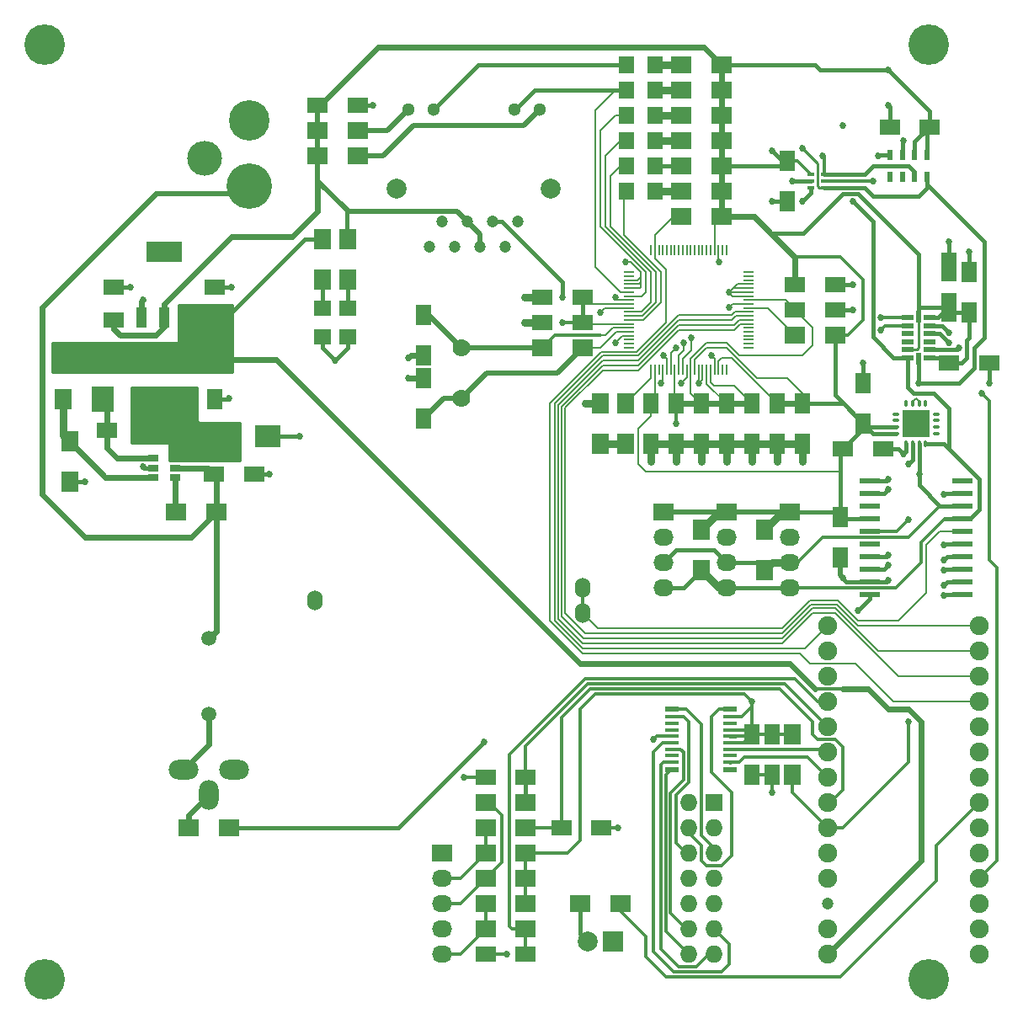
<source format=gtl>
G04 #@! TF.FileFunction,Copper,L1,Top,Signal*
%FSLAX46Y46*%
G04 Gerber Fmt 4.6, Leading zero omitted, Abs format (unit mm)*
G04 Created by KiCad (PCBNEW 4.0.2-stable) date 5/29/2016 8:13:19 PM*
%MOMM*%
G01*
G04 APERTURE LIST*
%ADD10C,0.127000*%
%ADD11R,1.350000X0.600000*%
%ADD12R,1.350000X0.400000*%
%ADD13C,1.900000*%
%ADD14C,1.200000*%
%ADD15O,1.524000X2.032000*%
%ADD16R,0.230000X1.000000*%
%ADD17R,1.000000X0.230000*%
%ADD18R,0.600000X1.100000*%
%ADD19O,1.998980X2.999740*%
%ADD20O,2.999740X1.998980*%
%ADD21R,2.000000X2.000000*%
%ADD22C,2.000000*%
%ADD23R,1.600000X2.000000*%
%ADD24R,2.032000X1.524000*%
%ADD25R,2.032000X1.727200*%
%ADD26O,2.032000X1.727200*%
%ADD27R,1.727200X1.727200*%
%ADD28O,1.727200X1.727200*%
%ADD29R,1.700000X2.000000*%
%ADD30R,2.000000X1.700000*%
%ADD31R,3.657600X2.032000*%
%ADD32R,1.016000X2.032000*%
%ADD33R,2.000000X0.600000*%
%ADD34C,1.500000*%
%ADD35R,2.000000X1.600000*%
%ADD36R,1.501140X2.999740*%
%ADD37R,6.300000X2.200000*%
%ADD38O,0.350000X0.800000*%
%ADD39O,0.800000X0.350000*%
%ADD40R,1.350000X1.350000*%
%ADD41R,0.550000X1.145000*%
%ADD42R,1.145000X0.550000*%
%ADD43R,1.060000X0.650000*%
%ADD44R,1.800860X1.597660*%
%ADD45C,1.300000*%
%ADD46C,1.778000*%
%ADD47R,0.800000X0.400000*%
%ADD48R,2.301240X2.499360*%
%ADD49R,2.499360X2.301240*%
%ADD50O,4.572000X4.572000*%
%ADD51O,4.064000X4.064000*%
%ADD52O,3.500120X3.500120*%
%ADD53R,1.597660X1.800860*%
%ADD54C,4.064000*%
%ADD55C,0.685800*%
%ADD56C,0.300000*%
%ADD57C,0.200000*%
%ADD58C,0.400000*%
%ADD59C,0.500000*%
%ADD60C,0.600000*%
%ADD61C,0.800000*%
%ADD62C,0.250000*%
%ADD63C,0.254000*%
G04 APERTURE END LIST*
D10*
D11*
X106295000Y-154155000D03*
X112145000Y-154155000D03*
D12*
X106295000Y-153405000D03*
X112145000Y-153405000D03*
X106295000Y-152755000D03*
X112145000Y-152755000D03*
X106295000Y-152105000D03*
X112145000Y-152105000D03*
X106295000Y-151455000D03*
X112145000Y-151455000D03*
X106295000Y-150805000D03*
X112145000Y-150805000D03*
X106295000Y-150155000D03*
X112145000Y-150155000D03*
X106295000Y-149505000D03*
X112145000Y-149505000D03*
X106295000Y-148855000D03*
X112145000Y-148855000D03*
D11*
X106295000Y-148105000D03*
X112145000Y-148105000D03*
D13*
X137160000Y-170180000D03*
X137160000Y-167640000D03*
X137160000Y-165100000D03*
X137160000Y-162560000D03*
X137160000Y-160020000D03*
X137160000Y-157480000D03*
X137160000Y-154940000D03*
X137160000Y-152400000D03*
X137160000Y-149860000D03*
X137160000Y-147320000D03*
X137160000Y-144780000D03*
X137160000Y-142240000D03*
X137160000Y-139700000D03*
X121920000Y-139700000D03*
X121920000Y-142240000D03*
X121920000Y-144780000D03*
X121920000Y-147320000D03*
X121920000Y-149860000D03*
X121920000Y-152400000D03*
X121920000Y-154940000D03*
X121920000Y-157480000D03*
X121920000Y-160020000D03*
X121920000Y-162560000D03*
X121920000Y-165100000D03*
D14*
X121920000Y-167640000D03*
D13*
X121920000Y-170180000D03*
X121920000Y-172720000D03*
X137160000Y-172720000D03*
D15*
X97269300Y-135890000D03*
X70370700Y-137160000D03*
X97269300Y-138430000D03*
D16*
X104150000Y-113950000D03*
X104550000Y-113950000D03*
X104950000Y-113950000D03*
X105350000Y-113950000D03*
X105750000Y-113950000D03*
X106150000Y-113950000D03*
X106550000Y-113950000D03*
X106950000Y-113950000D03*
X107350000Y-113950000D03*
X107750000Y-113950000D03*
X108150000Y-113950000D03*
X108550000Y-113950000D03*
X108950000Y-113950000D03*
X109350000Y-113950000D03*
X109750000Y-113950000D03*
X110150000Y-113950000D03*
X110550000Y-113950000D03*
X110950000Y-113950000D03*
X111350000Y-113950000D03*
X111750000Y-113950000D03*
D17*
X113950000Y-111750000D03*
X113950000Y-111350000D03*
X113950000Y-110950000D03*
X113950000Y-110550000D03*
X113950000Y-110150000D03*
X113950000Y-109750000D03*
X113950000Y-109350000D03*
X113950000Y-108950000D03*
X113950000Y-108550000D03*
X113950000Y-108150000D03*
X113950000Y-107750000D03*
X113950000Y-107350000D03*
X113950000Y-106950000D03*
X113950000Y-106550000D03*
X113950000Y-106150000D03*
X113950000Y-105750000D03*
X113950000Y-105350000D03*
X113950000Y-104950000D03*
X113950000Y-104550000D03*
X113950000Y-104150000D03*
D16*
X111750000Y-101950000D03*
X111350000Y-101950000D03*
X110950000Y-101950000D03*
X110550000Y-101950000D03*
X110150000Y-101950000D03*
X109750000Y-101950000D03*
X109350000Y-101950000D03*
X108950000Y-101950000D03*
X108550000Y-101950000D03*
X108150000Y-101950000D03*
X107750000Y-101950000D03*
X107350000Y-101950000D03*
X106950000Y-101950000D03*
X106550000Y-101950000D03*
X106150000Y-101950000D03*
X105750000Y-101950000D03*
X105350000Y-101950000D03*
X104950000Y-101950000D03*
X104550000Y-101950000D03*
X104150000Y-101950000D03*
D17*
X101950000Y-104150000D03*
X101950000Y-104550000D03*
X101950000Y-104950000D03*
X101950000Y-105350000D03*
X101950000Y-105750000D03*
X101950000Y-106150000D03*
X101950000Y-106550000D03*
X101950000Y-106950000D03*
X101950000Y-107350000D03*
X101950000Y-107750000D03*
X101950000Y-108150000D03*
X101950000Y-108550000D03*
X101950000Y-108950000D03*
X101950000Y-109350000D03*
X101950000Y-109750000D03*
X101950000Y-110150000D03*
X101950000Y-110550000D03*
X101950000Y-110950000D03*
X101950000Y-111350000D03*
X101950000Y-111750000D03*
D18*
X131923000Y-94572000D03*
X131923000Y-92372000D03*
X130673000Y-94572000D03*
X130673000Y-92372000D03*
X129423000Y-94572000D03*
X129423000Y-92372000D03*
X128173000Y-94572000D03*
X128173000Y-92372000D03*
D19*
X59690000Y-156718000D03*
D20*
X62230000Y-154178000D03*
X57150000Y-154178000D03*
D21*
X100330000Y-171450000D03*
D22*
X97790000Y-171450000D03*
D23*
X123190000Y-128810000D03*
X123190000Y-132810000D03*
D24*
X60325000Y-108966000D03*
X60325000Y-105664000D03*
X50165000Y-108966000D03*
X50165000Y-105664000D03*
D23*
X116332000Y-154654000D03*
X116332000Y-150654000D03*
X114300000Y-154654000D03*
X114300000Y-150654000D03*
D25*
X118110000Y-128270000D03*
D26*
X118110000Y-130810000D03*
X118110000Y-133350000D03*
X118110000Y-135890000D03*
D25*
X105410000Y-128270000D03*
D26*
X105410000Y-130810000D03*
X105410000Y-133350000D03*
X105410000Y-135890000D03*
D25*
X111760000Y-128270000D03*
D26*
X111760000Y-130810000D03*
X111760000Y-133350000D03*
X111760000Y-135890000D03*
D27*
X110490000Y-157480000D03*
D28*
X107950000Y-157480000D03*
X110490000Y-160020000D03*
X107950000Y-160020000D03*
X110490000Y-162560000D03*
X107950000Y-162560000D03*
X110490000Y-165100000D03*
X107950000Y-165100000D03*
X110490000Y-167640000D03*
X107950000Y-167640000D03*
X110490000Y-170180000D03*
X107950000Y-170180000D03*
X110490000Y-172720000D03*
X107950000Y-172720000D03*
D29*
X118364000Y-154654000D03*
X118364000Y-150654000D03*
D30*
X101060000Y-167640000D03*
X97060000Y-167640000D03*
X57690000Y-160020000D03*
X61690000Y-160020000D03*
D31*
X55245000Y-102108000D03*
D32*
X55245000Y-108712000D03*
X57531000Y-108712000D03*
X52959000Y-108712000D03*
D33*
X135460000Y-125095000D03*
X126160000Y-125095000D03*
X135460000Y-126365000D03*
X126160000Y-126365000D03*
X135460000Y-127635000D03*
X126160000Y-127635000D03*
X135460000Y-128905000D03*
X126160000Y-128905000D03*
X135460000Y-130175000D03*
X126160000Y-130175000D03*
X135460000Y-131445000D03*
X126160000Y-131445000D03*
X135460000Y-132715000D03*
X126160000Y-132715000D03*
X135460000Y-133985000D03*
X126160000Y-133985000D03*
X135460000Y-135255000D03*
X126160000Y-135255000D03*
X135460000Y-136525000D03*
X126160000Y-136525000D03*
D34*
X59690000Y-148580000D03*
X59690000Y-140980000D03*
D30*
X87535000Y-157480000D03*
X91535000Y-157480000D03*
D35*
X123476000Y-121920000D03*
X127476000Y-121920000D03*
D36*
X134112000Y-103665020D03*
X134112000Y-107662980D03*
D35*
X134144000Y-113284000D03*
X138144000Y-113284000D03*
D23*
X136144000Y-108172000D03*
X136144000Y-104172000D03*
X125476000Y-115348000D03*
X125476000Y-119348000D03*
D35*
X60230000Y-124460000D03*
X64230000Y-124460000D03*
X49435000Y-120015000D03*
X53435000Y-120015000D03*
D23*
X60325000Y-112935000D03*
X60325000Y-116935000D03*
D35*
X132175000Y-89535000D03*
X128175000Y-89535000D03*
D37*
X55245000Y-116985000D03*
X55245000Y-112885000D03*
D30*
X60420000Y-128270000D03*
X56420000Y-128270000D03*
D29*
X45720000Y-121190000D03*
X45720000Y-125190000D03*
X73660000Y-100870000D03*
X73660000Y-104870000D03*
X45085000Y-112935000D03*
X45085000Y-116935000D03*
D38*
X129835000Y-121380000D03*
X130485000Y-121380000D03*
X131135000Y-121380000D03*
X131785000Y-121380000D03*
D39*
X132810000Y-120355000D03*
X132810000Y-119705000D03*
X132810000Y-119055000D03*
X132810000Y-118405000D03*
D38*
X131785000Y-117380000D03*
X131135000Y-117380000D03*
X130485000Y-117380000D03*
X129835000Y-117380000D03*
D39*
X128810000Y-118405000D03*
X128810000Y-119055000D03*
X128810000Y-119705000D03*
X128810000Y-120355000D03*
D40*
X131485000Y-118705000D03*
X130135000Y-118705000D03*
X131485000Y-120055000D03*
X130135000Y-120055000D03*
D41*
X131064000Y-112841500D03*
X131064000Y-108646500D03*
D42*
X129966500Y-112744000D03*
X132161500Y-112744000D03*
X129966500Y-111944000D03*
X132161500Y-111944000D03*
X129966500Y-111144000D03*
X132161500Y-111144000D03*
X129966500Y-110344000D03*
X132161500Y-110344000D03*
X129966500Y-109544000D03*
X132161500Y-109544000D03*
X129966500Y-108744000D03*
X132161500Y-108744000D03*
D43*
X54145000Y-122875000D03*
X54145000Y-123825000D03*
X54145000Y-124775000D03*
X56345000Y-124775000D03*
X56345000Y-122875000D03*
X56345000Y-123825000D03*
D44*
X73660000Y-107800140D03*
X73660000Y-110639860D03*
D35*
X91535000Y-154940000D03*
X87535000Y-154940000D03*
X95155000Y-160020000D03*
X99155000Y-160020000D03*
X91535000Y-172720000D03*
X87535000Y-172720000D03*
D30*
X87535000Y-165100000D03*
X91535000Y-165100000D03*
X87535000Y-162560000D03*
X91535000Y-162560000D03*
X87535000Y-160020000D03*
X91535000Y-160020000D03*
X87535000Y-167640000D03*
X91535000Y-167640000D03*
X87535000Y-170180000D03*
X91535000Y-170180000D03*
D25*
X83185000Y-162560000D03*
D26*
X83185000Y-165100000D03*
X83185000Y-167640000D03*
X83185000Y-170180000D03*
X83185000Y-172720000D03*
D23*
X81280000Y-108490000D03*
X81280000Y-112490000D03*
X81280000Y-118840000D03*
X81280000Y-114840000D03*
X114300000Y-117380000D03*
X114300000Y-121380000D03*
X111760000Y-117380000D03*
X111760000Y-121380000D03*
X109220000Y-117380000D03*
X109220000Y-121380000D03*
D35*
X70644000Y-87376000D03*
X74644000Y-87376000D03*
X118650000Y-107950000D03*
X122650000Y-107950000D03*
X97250000Y-106680000D03*
X93250000Y-106680000D03*
D23*
X106680000Y-117380000D03*
X106680000Y-121380000D03*
D35*
X97250000Y-109220000D03*
X93250000Y-109220000D03*
D23*
X116840000Y-117380000D03*
X116840000Y-121380000D03*
X104140000Y-117380000D03*
X104140000Y-121380000D03*
X119380000Y-117380000D03*
X119380000Y-121380000D03*
D35*
X118650000Y-105410000D03*
X122650000Y-105410000D03*
D22*
X94105000Y-95760000D03*
X78615000Y-95760000D03*
D14*
X86995000Y-101600000D03*
X84455000Y-101600000D03*
X81915000Y-101600000D03*
X89535000Y-101600000D03*
X90805000Y-99060000D03*
X88265000Y-99060000D03*
X85725000Y-99060000D03*
X83185000Y-99060000D03*
D45*
X79735000Y-87810000D03*
X82275000Y-87810000D03*
X92985000Y-87810000D03*
X90445000Y-87810000D03*
D29*
X101600000Y-121380000D03*
X101600000Y-117380000D03*
D30*
X111220000Y-98552000D03*
X107220000Y-98552000D03*
X122650000Y-110490000D03*
X118650000Y-110490000D03*
X93250000Y-111760000D03*
X97250000Y-111760000D03*
D29*
X99060000Y-117380000D03*
X99060000Y-121380000D03*
D30*
X107220000Y-96012000D03*
X111220000Y-96012000D03*
X107220000Y-93472000D03*
X111220000Y-93472000D03*
X107220000Y-90932000D03*
X111220000Y-90932000D03*
X107220000Y-83312000D03*
X111220000Y-83312000D03*
X107220000Y-88392000D03*
X111220000Y-88392000D03*
X107220000Y-85852000D03*
X111220000Y-85852000D03*
X74644000Y-89916000D03*
X70644000Y-89916000D03*
X74644000Y-92456000D03*
X70644000Y-92456000D03*
D29*
X109220000Y-130080000D03*
X109220000Y-134080000D03*
X115570000Y-130080000D03*
X115570000Y-134080000D03*
D46*
X85090000Y-111760000D03*
X85090000Y-116840000D03*
D23*
X117856000Y-92996000D03*
X117856000Y-96996000D03*
D47*
X121604000Y-94346000D03*
X120204000Y-94346000D03*
X121604000Y-94996000D03*
X120204000Y-94996000D03*
X121604000Y-95646000D03*
X120204000Y-95646000D03*
D48*
X49022000Y-116956840D03*
X49022000Y-112659160D03*
D49*
X61351160Y-120650000D03*
X65648840Y-120650000D03*
D50*
X63754000Y-95504000D03*
D51*
X63754000Y-88900000D03*
D52*
X59309000Y-92710000D03*
D44*
X71120000Y-107800140D03*
X71120000Y-110639860D03*
D29*
X71120000Y-100870000D03*
X71120000Y-104870000D03*
D53*
X104543860Y-96012000D03*
X101704140Y-96012000D03*
X104543860Y-93472000D03*
X101704140Y-93472000D03*
X104543860Y-90932000D03*
X101704140Y-90932000D03*
X104543860Y-83312000D03*
X101704140Y-83312000D03*
X104543860Y-88392000D03*
X101704140Y-88392000D03*
X104543860Y-85852000D03*
X101704140Y-85852000D03*
D54*
X43180000Y-81280000D03*
X43180000Y-175260000D03*
X132080000Y-81280000D03*
X132080000Y-175260000D03*
D55*
X72390000Y-113030000D03*
X123444000Y-134874000D03*
X124968000Y-138176000D03*
X116332000Y-156464000D03*
X104394000Y-151130000D03*
X101600000Y-103124000D03*
X53086000Y-106934000D03*
X110236000Y-112522000D03*
X108966000Y-115316000D03*
X107188000Y-115316000D03*
X124460000Y-107950000D03*
X124460000Y-105410000D03*
X61722000Y-116840000D03*
X53086000Y-123698000D03*
X47244000Y-125222000D03*
X51816000Y-105664000D03*
X61976000Y-105664000D03*
X68834000Y-120650000D03*
X65786000Y-124460000D03*
X85344000Y-154940000D03*
X89662000Y-172720000D03*
X100838000Y-160020000D03*
X100584000Y-111252000D03*
X100584000Y-106680000D03*
X112014000Y-107696000D03*
X112014000Y-106172000D03*
X110998000Y-103124000D03*
X76200000Y-87376000D03*
X79756000Y-112776000D03*
X79756000Y-114808000D03*
X129540000Y-90932000D03*
X127000000Y-92456000D03*
X118364000Y-94996000D03*
X116332000Y-97028000D03*
X119380000Y-97028000D03*
X128016000Y-87376000D03*
X135128000Y-111760000D03*
X134112000Y-111252000D03*
X134112000Y-110236000D03*
X138176000Y-115316000D03*
X136144000Y-102108000D03*
X134112000Y-101092000D03*
X125476000Y-113284000D03*
X129540000Y-122428000D03*
X130048000Y-123444000D03*
X133604000Y-131572000D03*
X133604000Y-133096000D03*
X133604000Y-134112000D03*
X133604000Y-135636000D03*
X133604000Y-136652000D03*
X128016000Y-135128000D03*
X128016000Y-133604000D03*
X128016000Y-132588000D03*
X128016000Y-124968000D03*
X123444000Y-89408000D03*
X97536000Y-117348000D03*
X91440000Y-109220000D03*
X91440000Y-106680000D03*
X104140000Y-123190000D03*
X106680000Y-123190000D03*
X109220000Y-123190000D03*
X111760000Y-123190000D03*
X114300000Y-123190000D03*
X116840000Y-123190000D03*
X119380000Y-123190000D03*
X133604000Y-126492000D03*
X128016000Y-125984000D03*
X105156000Y-115316000D03*
X114300000Y-147320000D03*
X128016000Y-83820000D03*
X116332000Y-91948000D03*
X119380000Y-91694000D03*
X131135000Y-124460000D03*
X131064000Y-115316000D03*
X105410000Y-133350000D03*
X124460000Y-97028000D03*
X121412000Y-92456000D03*
X95250000Y-109220000D03*
X106680000Y-119380000D03*
X99060000Y-108204000D03*
X106680000Y-111760000D03*
X108204000Y-110744000D03*
X107442000Y-111252000D03*
X95250000Y-106680000D03*
X105410000Y-112522000D03*
X130048000Y-129032000D03*
X130048000Y-149352000D03*
X87376000Y-151384000D03*
X127254000Y-109982000D03*
X127254000Y-108712000D03*
X137414000Y-116332000D03*
X126492000Y-94996000D03*
D56*
X97269300Y-138430000D02*
X97269300Y-135890000D01*
D57*
X97269300Y-138430000D02*
X98793300Y-139954000D01*
X133223000Y-130175000D02*
X135460000Y-130175000D01*
X131826000Y-131572000D02*
X133223000Y-130175000D01*
X131826000Y-136398000D02*
X131826000Y-131572000D01*
X129032000Y-139192000D02*
X131826000Y-136398000D01*
X124968000Y-139192000D02*
X129032000Y-139192000D01*
X124714000Y-138938000D02*
X124968000Y-139192000D01*
X122936000Y-137160000D02*
X124714000Y-138938000D01*
X120142000Y-137160000D02*
X122936000Y-137160000D01*
X119888000Y-137414000D02*
X120142000Y-137160000D01*
X117348000Y-139954000D02*
X119888000Y-137414000D01*
X98793300Y-139954000D02*
X117348000Y-139954000D01*
D58*
X73660000Y-110639860D02*
X73660000Y-111760000D01*
X71120000Y-111760000D02*
X72390000Y-113030000D01*
X71120000Y-111760000D02*
X71120000Y-110639860D01*
X73660000Y-111760000D02*
X72390000Y-113030000D01*
X123444000Y-134874000D02*
X123825000Y-135255000D01*
D59*
X123190000Y-134620000D02*
X123444000Y-134874000D01*
X123190000Y-132810000D02*
X123190000Y-134620000D01*
D58*
X123825000Y-135255000D02*
X126160000Y-135255000D01*
X126160000Y-136525000D02*
X126160000Y-136984000D01*
X126160000Y-136984000D02*
X124968000Y-138176000D01*
D56*
X116332000Y-154654000D02*
X116332000Y-156464000D01*
X114300000Y-154654000D02*
X116332000Y-154654000D01*
X106295000Y-150805000D02*
X104719000Y-150805000D01*
X104719000Y-150805000D02*
X104394000Y-151130000D01*
D57*
X101950000Y-105750000D02*
X103038000Y-105750000D01*
X103124000Y-105664000D02*
X103124000Y-105156000D01*
X103038000Y-105750000D02*
X103124000Y-105664000D01*
X101950000Y-105350000D02*
X102930000Y-105350000D01*
X103124000Y-105156000D02*
X103124000Y-104648000D01*
X102930000Y-105350000D02*
X103124000Y-105156000D01*
X101950000Y-104950000D02*
X102822000Y-104950000D01*
X102108000Y-103124000D02*
X101600000Y-103124000D01*
X103124000Y-104140000D02*
X102108000Y-103124000D01*
X103124000Y-104648000D02*
X103124000Y-104140000D01*
X102822000Y-104950000D02*
X103124000Y-104648000D01*
D60*
X52959000Y-108712000D02*
X52959000Y-107061000D01*
X52959000Y-107061000D02*
X53086000Y-106934000D01*
D57*
X110550000Y-113950000D02*
X110550000Y-112836000D01*
X110550000Y-112836000D02*
X110236000Y-112522000D01*
X109350000Y-113950000D02*
X109350000Y-114932000D01*
X108950000Y-115300000D02*
X108966000Y-115316000D01*
X108950000Y-115300000D02*
X108950000Y-113950000D01*
X109350000Y-114932000D02*
X108966000Y-115316000D01*
X107750000Y-113950000D02*
X107750000Y-114754000D01*
X107750000Y-114754000D02*
X107188000Y-115316000D01*
D58*
X122650000Y-107950000D02*
X124460000Y-107950000D01*
X122650000Y-105410000D02*
X124460000Y-105410000D01*
X60325000Y-116935000D02*
X61627000Y-116935000D01*
X61627000Y-116935000D02*
X61722000Y-116840000D01*
X54145000Y-123825000D02*
X53213000Y-123825000D01*
X53213000Y-123825000D02*
X53086000Y-123698000D01*
X45720000Y-125190000D02*
X47212000Y-125190000D01*
X47212000Y-125190000D02*
X47244000Y-125222000D01*
X50165000Y-105664000D02*
X51816000Y-105664000D01*
X60325000Y-105664000D02*
X61976000Y-105664000D01*
X66400680Y-120650000D02*
X68834000Y-120650000D01*
X64230000Y-124460000D02*
X65786000Y-124460000D01*
D57*
X105350000Y-113950000D02*
X105350000Y-115122000D01*
D56*
X87535000Y-154940000D02*
X85344000Y-154940000D01*
X87535000Y-172720000D02*
X89662000Y-172720000D01*
X99155000Y-160020000D02*
X100838000Y-160020000D01*
D57*
X101950000Y-110550000D02*
X101286000Y-110550000D01*
X101286000Y-110550000D02*
X100584000Y-111252000D01*
X101950000Y-106950000D02*
X100854000Y-106950000D01*
X100854000Y-106950000D02*
X100584000Y-106680000D01*
X113950000Y-107350000D02*
X112360000Y-107350000D01*
X112360000Y-107350000D02*
X112014000Y-107696000D01*
X113950000Y-106550000D02*
X112392000Y-106550000D01*
X112392000Y-106550000D02*
X112014000Y-106172000D01*
X113950000Y-106150000D02*
X112036000Y-106150000D01*
X112036000Y-106150000D02*
X112014000Y-106172000D01*
X113950000Y-105750000D02*
X112436000Y-105750000D01*
X112836000Y-105350000D02*
X112014000Y-106172000D01*
X112836000Y-105350000D02*
X113950000Y-105350000D01*
X112436000Y-105750000D02*
X112014000Y-106172000D01*
X110950000Y-101950000D02*
X110950000Y-103076000D01*
X110950000Y-103076000D02*
X110998000Y-103124000D01*
D58*
X74644000Y-87376000D02*
X76200000Y-87376000D01*
D60*
X81280000Y-112490000D02*
X80042000Y-112490000D01*
X80042000Y-112490000D02*
X79756000Y-112776000D01*
X81280000Y-114840000D02*
X79788000Y-114840000D01*
X79788000Y-114840000D02*
X79756000Y-114808000D01*
D58*
X129423000Y-92372000D02*
X129423000Y-91049000D01*
X129423000Y-91049000D02*
X129540000Y-90932000D01*
X128173000Y-92372000D02*
X127084000Y-92372000D01*
X127084000Y-92372000D02*
X127000000Y-92456000D01*
X120204000Y-94996000D02*
X118364000Y-94996000D01*
X117856000Y-96996000D02*
X116364000Y-96996000D01*
X116364000Y-96996000D02*
X116332000Y-97028000D01*
X120204000Y-95646000D02*
X120204000Y-96204000D01*
X120204000Y-96204000D02*
X119380000Y-97028000D01*
X128175000Y-89535000D02*
X128175000Y-87535000D01*
X128175000Y-87535000D02*
X128016000Y-87376000D01*
X132161500Y-111944000D02*
X134944000Y-111944000D01*
X134944000Y-111944000D02*
X135128000Y-111760000D01*
X132161500Y-110344000D02*
X133204000Y-110344000D01*
X133204000Y-110344000D02*
X134112000Y-111252000D01*
X132161500Y-109544000D02*
X133420000Y-109544000D01*
X133420000Y-109544000D02*
X134112000Y-110236000D01*
X138144000Y-113284000D02*
X138176000Y-113316000D01*
X138176000Y-113316000D02*
X138176000Y-115316000D01*
X136144000Y-104172000D02*
X136144000Y-102108000D01*
X134112000Y-103665020D02*
X134112000Y-101092000D01*
X125476000Y-115348000D02*
X125476000Y-113284000D01*
X127476000Y-121920000D02*
X129032000Y-121920000D01*
X129835000Y-122133000D02*
X129540000Y-122428000D01*
X129835000Y-122133000D02*
X129835000Y-121380000D01*
X129032000Y-121920000D02*
X129540000Y-122428000D01*
X130485000Y-121380000D02*
X130485000Y-123007000D01*
X130485000Y-123007000D02*
X130048000Y-123444000D01*
X135460000Y-131445000D02*
X133731000Y-131445000D01*
X133731000Y-131445000D02*
X133604000Y-131572000D01*
X135460000Y-132715000D02*
X133985000Y-132715000D01*
X133985000Y-132715000D02*
X133604000Y-133096000D01*
X135460000Y-133985000D02*
X133731000Y-133985000D01*
X133731000Y-133985000D02*
X133604000Y-134112000D01*
X135460000Y-135255000D02*
X133985000Y-135255000D01*
X133985000Y-135255000D02*
X133604000Y-135636000D01*
X135460000Y-136525000D02*
X133731000Y-136525000D01*
X133731000Y-136525000D02*
X133604000Y-136652000D01*
X126160000Y-135255000D02*
X127889000Y-135255000D01*
X127889000Y-135255000D02*
X128016000Y-135128000D01*
X126160000Y-133985000D02*
X127635000Y-133985000D01*
X127635000Y-133985000D02*
X128016000Y-133604000D01*
X126160000Y-132715000D02*
X127889000Y-132715000D01*
X127889000Y-132715000D02*
X128016000Y-132588000D01*
X126160000Y-125095000D02*
X127889000Y-125095000D01*
X127889000Y-125095000D02*
X128016000Y-124968000D01*
D61*
X99060000Y-117380000D02*
X97568000Y-117380000D01*
X97568000Y-117380000D02*
X97536000Y-117348000D01*
X93250000Y-109220000D02*
X91440000Y-109220000D01*
X93250000Y-106680000D02*
X91440000Y-106680000D01*
X104140000Y-121380000D02*
X104140000Y-123190000D01*
X106680000Y-121380000D02*
X106680000Y-123190000D01*
X109220000Y-121380000D02*
X109220000Y-123190000D01*
X111760000Y-121380000D02*
X111760000Y-123190000D01*
X114300000Y-121380000D02*
X114300000Y-123190000D01*
X116840000Y-121380000D02*
X116840000Y-123190000D01*
X119380000Y-121380000D02*
X119380000Y-123190000D01*
X116840000Y-121380000D02*
X119380000Y-121380000D01*
X114300000Y-121380000D02*
X116840000Y-121380000D01*
X111760000Y-121380000D02*
X114300000Y-121380000D01*
X109220000Y-121380000D02*
X111760000Y-121380000D01*
X106680000Y-121380000D02*
X109220000Y-121380000D01*
X104140000Y-121380000D02*
X106680000Y-121380000D01*
D58*
X135460000Y-126365000D02*
X133731000Y-126365000D01*
X133731000Y-126365000D02*
X133604000Y-126492000D01*
X127635000Y-126365000D02*
X128016000Y-125984000D01*
X126160000Y-126365000D02*
X127635000Y-126365000D01*
D57*
X105350000Y-115122000D02*
X105156000Y-115316000D01*
D60*
X60420000Y-128270000D02*
X60420000Y-140250000D01*
X60420000Y-140250000D02*
X59690000Y-140980000D01*
D59*
X54356000Y-96266000D02*
X62992000Y-96266000D01*
X62992000Y-96266000D02*
X63754000Y-95504000D01*
D60*
X60420000Y-128270000D02*
X60420000Y-124650000D01*
X60420000Y-124650000D02*
X60230000Y-124460000D01*
X57880000Y-130810000D02*
X60420000Y-128270000D01*
X47244000Y-130810000D02*
X57880000Y-130810000D01*
X42926000Y-126492000D02*
X47244000Y-130810000D01*
X42926000Y-107696000D02*
X42926000Y-126492000D01*
X54356000Y-96266000D02*
X42926000Y-107696000D01*
X56345000Y-123825000D02*
X59595000Y-123825000D01*
X59595000Y-123825000D02*
X60230000Y-124460000D01*
D56*
X60420000Y-128270000D02*
X60420000Y-128820000D01*
D58*
X73549000Y-97901000D02*
X73549000Y-100759000D01*
X73549000Y-100759000D02*
X73660000Y-100870000D01*
D56*
X112145000Y-148855000D02*
X113273000Y-148855000D01*
X114300000Y-147828000D02*
X114300000Y-147320000D01*
X113273000Y-148855000D02*
X114300000Y-147828000D01*
X107188000Y-146558000D02*
X113538000Y-146558000D01*
X114300000Y-147320000D02*
X114300000Y-150654000D01*
X113538000Y-146558000D02*
X114300000Y-147320000D01*
X95758000Y-162560000D02*
X91535000Y-162560000D01*
X97028000Y-161290000D02*
X95758000Y-162560000D01*
X97028000Y-148082000D02*
X97028000Y-161290000D01*
X98552000Y-146558000D02*
X97028000Y-148082000D01*
X107188000Y-146558000D02*
X98552000Y-146558000D01*
D58*
X116205000Y-100203000D02*
X119507000Y-100203000D01*
X131064000Y-102362000D02*
X131064000Y-108646500D01*
X124968000Y-96266000D02*
X131064000Y-102362000D01*
X123444000Y-96266000D02*
X124968000Y-96266000D01*
X119507000Y-100203000D02*
X123444000Y-96266000D01*
D56*
X122650000Y-110490000D02*
X123952000Y-110490000D01*
X125476000Y-104902000D02*
X123222000Y-102648000D01*
X125476000Y-108966000D02*
X125476000Y-104902000D01*
X123952000Y-110490000D02*
X125476000Y-108966000D01*
X116332000Y-150654000D02*
X118364000Y-150654000D01*
X112145000Y-150155000D02*
X113801000Y-150155000D01*
X113801000Y-150155000D02*
X114300000Y-150654000D01*
X112145000Y-151455000D02*
X113499000Y-151455000D01*
X113499000Y-151455000D02*
X114300000Y-150654000D01*
X114300000Y-150654000D02*
X116586000Y-150654000D01*
X112145000Y-150805000D02*
X114149000Y-150805000D01*
X114149000Y-150805000D02*
X114300000Y-150654000D01*
X112145000Y-151455000D02*
X112483000Y-151455000D01*
D60*
X50165000Y-108966000D02*
X50165000Y-109855000D01*
X54356000Y-110490000D02*
X55245000Y-109601000D01*
X50800000Y-110490000D02*
X54356000Y-110490000D01*
X50165000Y-109855000D02*
X50800000Y-110490000D01*
X55245000Y-109601000D02*
X55245000Y-108712000D01*
X50165000Y-108966000D02*
X50165000Y-108839000D01*
X49816000Y-109315000D02*
X50165000Y-108966000D01*
D59*
X111760000Y-128270000D02*
X118110000Y-128270000D01*
X105410000Y-128270000D02*
X111760000Y-128270000D01*
D58*
X111220000Y-83312000D02*
X120650000Y-83312000D01*
X121158000Y-83820000D02*
X128016000Y-83820000D01*
X120650000Y-83312000D02*
X121158000Y-83820000D01*
D57*
X104140000Y-117380000D02*
X104140000Y-118618000D01*
X103632000Y-124206000D02*
X123190000Y-124206000D01*
X102870000Y-123444000D02*
X103632000Y-124206000D01*
X102870000Y-119888000D02*
X102870000Y-123444000D01*
X104140000Y-118618000D02*
X102870000Y-119888000D01*
D58*
X119380000Y-117380000D02*
X123508000Y-117380000D01*
X123508000Y-117380000D02*
X125476000Y-119348000D01*
X123190000Y-128810000D02*
X123190000Y-124206000D01*
X123190000Y-124206000D02*
X123190000Y-122206000D01*
X123190000Y-122206000D02*
X123476000Y-121920000D01*
X122650000Y-110490000D02*
X122650000Y-116522000D01*
X122650000Y-116522000D02*
X125476000Y-119348000D01*
X136144000Y-108172000D02*
X136144000Y-110744000D01*
X135382000Y-113284000D02*
X134144000Y-113284000D01*
X135890000Y-112776000D02*
X135382000Y-113284000D01*
X135890000Y-110998000D02*
X135890000Y-112776000D01*
X136144000Y-110744000D02*
X135890000Y-110998000D01*
D56*
X118650000Y-102648000D02*
X123222000Y-102648000D01*
D58*
X112145000Y-150805000D02*
X112625000Y-150805000D01*
D56*
X91535000Y-165100000D02*
X91535000Y-162560000D01*
X91535000Y-167640000D02*
X91535000Y-165100000D01*
D60*
X119380000Y-117380000D02*
X116840000Y-117380000D01*
X70644000Y-87376000D02*
X70866000Y-87376000D01*
X70866000Y-87376000D02*
X76708000Y-81534000D01*
X109442000Y-81534000D02*
X111220000Y-83312000D01*
X76708000Y-81534000D02*
X109442000Y-81534000D01*
X111220000Y-83312000D02*
X111220000Y-85852000D01*
X111220000Y-85852000D02*
X111220000Y-88392000D01*
X111220000Y-93472000D02*
X111220000Y-90932000D01*
X111220000Y-96012000D02*
X111220000Y-93472000D01*
X111220000Y-98552000D02*
X111220000Y-96012000D01*
X111220000Y-90932000D02*
X111220000Y-88392000D01*
X111220000Y-98552000D02*
X114554000Y-98552000D01*
X118650000Y-102648000D02*
X118650000Y-105410000D01*
X114554000Y-98552000D02*
X116205000Y-100203000D01*
X116205000Y-100203000D02*
X118650000Y-102648000D01*
D57*
X110550000Y-101950000D02*
X110550000Y-99222000D01*
X110550000Y-99222000D02*
X111220000Y-98552000D01*
D59*
X85725000Y-99060000D02*
X86995000Y-100330000D01*
X86995000Y-100330000D02*
X86995000Y-101600000D01*
X70644000Y-94996000D02*
X73549000Y-97901000D01*
X73549000Y-97901000D02*
X73692000Y-98044000D01*
X84709000Y-98044000D02*
X85725000Y-99060000D01*
X73692000Y-98044000D02*
X84709000Y-98044000D01*
D57*
X110550000Y-96682000D02*
X111220000Y-96012000D01*
D58*
X132175000Y-87979000D02*
X132175000Y-89535000D01*
X128016000Y-83820000D02*
X132175000Y-87979000D01*
X111220000Y-93472000D02*
X117380000Y-93472000D01*
X117380000Y-93472000D02*
X117856000Y-92996000D01*
D60*
X55245000Y-108712000D02*
X55245000Y-107315000D01*
X70644000Y-98012000D02*
X70644000Y-94996000D01*
X68072000Y-100584000D02*
X70644000Y-98012000D01*
X61976000Y-100584000D02*
X68072000Y-100584000D01*
X55245000Y-107315000D02*
X61976000Y-100584000D01*
D58*
X131923000Y-92372000D02*
X131923000Y-89787000D01*
X131923000Y-89787000D02*
X132175000Y-89535000D01*
X130673000Y-92372000D02*
X130673000Y-91037000D01*
X130673000Y-91037000D02*
X132175000Y-89535000D01*
X117856000Y-92996000D02*
X117380000Y-92996000D01*
X117380000Y-92996000D02*
X116332000Y-91948000D01*
X132050000Y-89660000D02*
X132175000Y-89535000D01*
D62*
X129966500Y-111944000D02*
X130880000Y-111944000D01*
X130880000Y-111944000D02*
X131064000Y-111760000D01*
X131064000Y-111760000D02*
X131064000Y-108646500D01*
D58*
X131064000Y-108646500D02*
X131064000Y-107696000D01*
X131064000Y-107696000D02*
X131097020Y-107662980D01*
X131097020Y-107662980D02*
X134112000Y-107662980D01*
X136144000Y-108172000D02*
X134621020Y-108172000D01*
X134621020Y-108172000D02*
X134112000Y-107662980D01*
X132161500Y-108744000D02*
X133030980Y-108744000D01*
X133030980Y-108744000D02*
X134112000Y-107662980D01*
X132161500Y-112744000D02*
X133604000Y-112744000D01*
X133604000Y-112744000D02*
X134144000Y-113284000D01*
X128810000Y-120355000D02*
X128769000Y-120396000D01*
X128769000Y-120396000D02*
X126524000Y-120396000D01*
X126524000Y-120396000D02*
X125476000Y-119348000D01*
X125476000Y-119348000D02*
X125833000Y-119705000D01*
X125833000Y-119705000D02*
X128810000Y-119705000D01*
X123476000Y-121920000D02*
X125476000Y-119920000D01*
X125476000Y-119920000D02*
X125476000Y-119348000D01*
X125730000Y-119666000D02*
X125730000Y-118840000D01*
X125730000Y-118840000D02*
X125952000Y-118840000D01*
X123190000Y-128810000D02*
X123285000Y-128905000D01*
X123285000Y-128905000D02*
X126160000Y-128905000D01*
X118110000Y-128270000D02*
X122650000Y-128270000D01*
X122650000Y-128270000D02*
X123190000Y-128810000D01*
D59*
X70644000Y-92456000D02*
X70644000Y-94996000D01*
X70644000Y-89916000D02*
X70644000Y-92456000D01*
X70644000Y-87376000D02*
X70644000Y-89916000D01*
D56*
X117856000Y-92996000D02*
X118854000Y-92996000D01*
X118854000Y-92996000D02*
X120204000Y-94346000D01*
D57*
X119380000Y-117380000D02*
X119380000Y-116332000D01*
X108550000Y-112938000D02*
X108550000Y-113950000D01*
X109728000Y-111760000D02*
X108550000Y-112938000D01*
X111760000Y-111760000D02*
X109728000Y-111760000D01*
X114808000Y-114808000D02*
X111760000Y-111760000D01*
X117856000Y-114808000D02*
X114808000Y-114808000D01*
X119380000Y-116332000D02*
X117856000Y-114808000D01*
X110950000Y-113950000D02*
X110950000Y-113078000D01*
X110950000Y-113078000D02*
X111252000Y-112776000D01*
X111252000Y-112776000D02*
X112236000Y-112776000D01*
X112236000Y-112776000D02*
X116840000Y-117380000D01*
X104550000Y-113950000D02*
X104550000Y-116970000D01*
X104550000Y-116970000D02*
X104140000Y-117380000D01*
D61*
X109220000Y-130080000D02*
X111030000Y-128270000D01*
X111030000Y-128270000D02*
X111760000Y-128270000D01*
X115570000Y-130080000D02*
X117380000Y-128270000D01*
X117380000Y-128270000D02*
X118110000Y-128270000D01*
D58*
X60325000Y-108966000D02*
X61214000Y-108966000D01*
X61214000Y-108966000D02*
X69310000Y-100870000D01*
X69310000Y-100870000D02*
X71120000Y-100870000D01*
D60*
X125984000Y-146050000D02*
X123444000Y-146050000D01*
X60325000Y-112935000D02*
X66453000Y-112935000D01*
D56*
X120650000Y-146050000D02*
X123444000Y-146050000D01*
D60*
X118110000Y-143510000D02*
X120650000Y-146050000D01*
X97028000Y-143510000D02*
X118110000Y-143510000D01*
X66453000Y-112935000D02*
X97028000Y-143510000D01*
X130302000Y-164338000D02*
X121920000Y-172720000D01*
X130302000Y-164338000D02*
X130302000Y-164338000D01*
X131318000Y-163322000D02*
X130302000Y-164338000D01*
X131318000Y-149352000D02*
X131318000Y-163322000D01*
X130048000Y-148082000D02*
X131318000Y-149352000D01*
X128016000Y-148082000D02*
X130048000Y-148082000D01*
X125984000Y-146050000D02*
X128016000Y-148082000D01*
D56*
X123444000Y-146050000D02*
X125984000Y-146050000D01*
D58*
X97060000Y-167640000D02*
X97060000Y-170720000D01*
X97060000Y-170720000D02*
X97790000Y-171450000D01*
D56*
X112145000Y-153405000D02*
X113041000Y-153405000D01*
X113041000Y-153405000D02*
X113538000Y-152908000D01*
X113538000Y-152908000D02*
X119888000Y-152908000D01*
X119888000Y-152908000D02*
X121920000Y-154940000D01*
D57*
X119888000Y-152908000D02*
X121920000Y-154940000D01*
X113538000Y-152908000D02*
X119888000Y-152908000D01*
X113041000Y-153405000D02*
X113538000Y-152908000D01*
D58*
X112134000Y-153416000D02*
X112145000Y-153405000D01*
D56*
X118110000Y-133350000D02*
X118872000Y-133350000D01*
X118872000Y-133350000D02*
X121412000Y-130810000D01*
X130048000Y-130810000D02*
X133223000Y-127635000D01*
X121412000Y-130810000D02*
X130048000Y-130810000D01*
X133223000Y-127635000D02*
X135460000Y-127635000D01*
D62*
X121604000Y-95646000D02*
X121046000Y-95646000D01*
X120904000Y-93218000D02*
X119380000Y-91694000D01*
X120904000Y-95504000D02*
X120904000Y-93218000D01*
X121046000Y-95646000D02*
X120904000Y-95504000D01*
D58*
X131923000Y-94572000D02*
X131923000Y-95347000D01*
X135128000Y-115316000D02*
X131064000Y-115316000D01*
X136652000Y-113792000D02*
X135128000Y-115316000D01*
X136652000Y-111760000D02*
X136652000Y-113792000D01*
X137668000Y-110744000D02*
X136652000Y-111760000D01*
X137668000Y-101092000D02*
X137668000Y-110744000D01*
X131923000Y-95347000D02*
X137668000Y-101092000D01*
X121604000Y-95646000D02*
X125618000Y-95646000D01*
X131923000Y-95661000D02*
X131923000Y-94572000D01*
X131064000Y-96520000D02*
X131923000Y-95661000D01*
X126492000Y-96520000D02*
X131064000Y-96520000D01*
X125618000Y-95646000D02*
X126492000Y-96520000D01*
X131064000Y-112841500D02*
X131064000Y-115316000D01*
X131135000Y-125547000D02*
X131135000Y-124460000D01*
X131135000Y-124460000D02*
X131135000Y-121380000D01*
X111760000Y-133350000D02*
X114840000Y-133350000D01*
X114840000Y-133350000D02*
X115570000Y-134080000D01*
X105410000Y-133350000D02*
X106680000Y-132080000D01*
X106680000Y-132080000D02*
X110490000Y-132080000D01*
X110490000Y-132080000D02*
X111760000Y-133350000D01*
D61*
X115570000Y-134080000D02*
X116300000Y-133350000D01*
X116300000Y-133350000D02*
X118110000Y-133350000D01*
D58*
X133604000Y-127635000D02*
X133223000Y-127635000D01*
X133223000Y-127635000D02*
X131135000Y-125547000D01*
X133604000Y-127635000D02*
X135460000Y-127635000D01*
D56*
X112145000Y-152105000D02*
X121625000Y-152105000D01*
X121625000Y-152105000D02*
X121920000Y-152400000D01*
D57*
X121625000Y-152105000D02*
X121920000Y-152400000D01*
D56*
X118110000Y-135890000D02*
X128778000Y-135890000D01*
X131318000Y-131318000D02*
X133731000Y-128905000D01*
X131318000Y-133350000D02*
X131318000Y-131318000D01*
X128778000Y-135890000D02*
X131318000Y-133350000D01*
X133731000Y-128905000D02*
X135460000Y-128905000D01*
D58*
X129966500Y-112744000D02*
X128556000Y-112744000D01*
X126492000Y-99060000D02*
X124460000Y-97028000D01*
X126492000Y-110680000D02*
X126492000Y-99060000D01*
X128556000Y-112744000D02*
X126492000Y-110680000D01*
X121604000Y-94346000D02*
X125618000Y-94346000D01*
X130048000Y-93472000D02*
X130673000Y-94097000D01*
X126492000Y-93472000D02*
X130048000Y-93472000D01*
X125618000Y-94346000D02*
X126492000Y-93472000D01*
X130673000Y-94097000D02*
X130673000Y-94572000D01*
X129966500Y-112744000D02*
X129966500Y-115742500D01*
X134112000Y-117856000D02*
X134112000Y-121920000D01*
X132588000Y-116332000D02*
X134112000Y-117856000D01*
X130556000Y-116332000D02*
X132588000Y-116332000D01*
X129966500Y-115742500D02*
X130556000Y-116332000D01*
X135460000Y-128905000D02*
X136271000Y-128905000D01*
X136271000Y-128905000D02*
X137160000Y-128016000D01*
X133572000Y-121380000D02*
X131785000Y-121380000D01*
X137160000Y-124968000D02*
X134112000Y-121920000D01*
X134112000Y-121920000D02*
X133572000Y-121380000D01*
X137160000Y-128016000D02*
X137160000Y-124968000D01*
X133731000Y-128905000D02*
X135460000Y-128905000D01*
X111760000Y-135890000D02*
X118110000Y-135890000D01*
X105410000Y-135890000D02*
X107410000Y-135890000D01*
X107410000Y-135890000D02*
X109220000Y-134080000D01*
D56*
X121604000Y-92648000D02*
X121604000Y-94346000D01*
X121412000Y-92456000D02*
X121604000Y-92648000D01*
D61*
X109220000Y-134080000D02*
X111030000Y-135890000D01*
X111030000Y-135890000D02*
X111760000Y-135890000D01*
D56*
X110236000Y-150622000D02*
X110236000Y-148844000D01*
X109220000Y-161798000D02*
X109220000Y-163322000D01*
X109220000Y-163322000D02*
X109728000Y-163830000D01*
X109728000Y-163830000D02*
X111252000Y-163830000D01*
X111252000Y-163830000D02*
X112268000Y-162814000D01*
X112268000Y-162814000D02*
X112268000Y-156464000D01*
X112268000Y-156464000D02*
X110236000Y-154432000D01*
X110236000Y-154432000D02*
X110236000Y-150622000D01*
X107950000Y-160528000D02*
X109220000Y-161798000D01*
X110975000Y-148105000D02*
X112145000Y-148105000D01*
X110236000Y-148844000D02*
X110975000Y-148105000D01*
X107950000Y-160020000D02*
X107950000Y-160528000D01*
D58*
X112145000Y-148105000D02*
X112245000Y-148105000D01*
D56*
X107950000Y-160020000D02*
X107950000Y-160274000D01*
X106295000Y-148105000D02*
X107719000Y-148105000D01*
X109220000Y-160782000D02*
X110490000Y-162052000D01*
X109220000Y-149606000D02*
X109220000Y-160782000D01*
X107719000Y-148105000D02*
X109220000Y-149606000D01*
X110490000Y-162052000D02*
X110490000Y-162560000D01*
X107950000Y-162560000D02*
X107696000Y-162560000D01*
X107696000Y-162560000D02*
X106680000Y-161544000D01*
X106680000Y-161544000D02*
X106680000Y-156718000D01*
X106680000Y-156718000D02*
X107950000Y-155448000D01*
X107950000Y-155448000D02*
X107950000Y-149352000D01*
X107950000Y-149352000D02*
X107453000Y-148855000D01*
X107453000Y-148855000D02*
X106295000Y-148855000D01*
X110490000Y-170180000D02*
X112014000Y-171704000D01*
X105339000Y-151455000D02*
X106295000Y-151455000D01*
X104394000Y-152400000D02*
X105339000Y-151455000D01*
X104394000Y-172466000D02*
X104394000Y-152400000D01*
X106426000Y-174498000D02*
X104394000Y-172466000D01*
X111252000Y-174498000D02*
X106426000Y-174498000D01*
X112014000Y-173736000D02*
X111252000Y-174498000D01*
X112014000Y-171704000D02*
X112014000Y-173736000D01*
X110490000Y-170180000D02*
X110744000Y-170180000D01*
X107950000Y-170180000D02*
X107696000Y-170180000D01*
X107696000Y-170180000D02*
X106114002Y-168598002D01*
X106114002Y-168598002D02*
X106114002Y-156521998D01*
X106114002Y-156521998D02*
X107442000Y-155194000D01*
X107442000Y-155194000D02*
X107442000Y-152400000D01*
X107442000Y-152400000D02*
X107147000Y-152105000D01*
X107147000Y-152105000D02*
X106295000Y-152105000D01*
X110490000Y-172720000D02*
X109982000Y-172720000D01*
X109982000Y-172720000D02*
X108712000Y-173990000D01*
X108712000Y-173990000D02*
X106934000Y-173990000D01*
X106934000Y-173990000D02*
X105156000Y-172212000D01*
X105156000Y-172212000D02*
X105156000Y-153670000D01*
X105156000Y-153670000D02*
X105421000Y-153405000D01*
X105421000Y-153405000D02*
X106295000Y-153405000D01*
X106295000Y-154155000D02*
X106195000Y-154155000D01*
X106195000Y-154155000D02*
X105664000Y-154686000D01*
X105664000Y-154686000D02*
X105664000Y-170434000D01*
X105664000Y-170434000D02*
X107950000Y-172720000D01*
D60*
X57690000Y-160020000D02*
X57690000Y-158718000D01*
X57690000Y-158718000D02*
X59690000Y-156718000D01*
X49435000Y-120015000D02*
X49435000Y-117369840D01*
X49435000Y-117369840D02*
X49022000Y-116956840D01*
X49435000Y-120015000D02*
X49435000Y-121825000D01*
X50485000Y-122875000D02*
X54145000Y-122875000D01*
X49435000Y-121825000D02*
X50485000Y-122875000D01*
D57*
X113950000Y-108150000D02*
X112576000Y-108150000D01*
X119634000Y-141986000D02*
X121920000Y-139700000D01*
X97282000Y-141986000D02*
X119634000Y-141986000D01*
X94488000Y-139192000D02*
X97282000Y-141986000D01*
X94488000Y-117348000D02*
X94488000Y-139192000D01*
X99314000Y-112522000D02*
X94488000Y-117348000D01*
X102870000Y-112522000D02*
X99314000Y-112522000D01*
X106934000Y-108458000D02*
X102870000Y-112522000D01*
X112268000Y-108458000D02*
X106934000Y-108458000D01*
X112576000Y-108150000D02*
X112268000Y-108458000D01*
D60*
X56345000Y-124775000D02*
X56345000Y-128195000D01*
X56345000Y-128195000D02*
X56420000Y-128270000D01*
X54145000Y-124775000D02*
X49305000Y-124775000D01*
X49305000Y-124775000D02*
X45720000Y-121190000D01*
D61*
X45085000Y-116935000D02*
X45085000Y-120555000D01*
X45085000Y-120555000D02*
X45720000Y-121190000D01*
D58*
X73660000Y-107800140D02*
X73660000Y-104870000D01*
D57*
X131135000Y-117380000D02*
X131135000Y-117165000D01*
X131135000Y-117165000D02*
X130810000Y-116840000D01*
X130485000Y-117380000D02*
X130485000Y-117165000D01*
X130485000Y-117165000D02*
X130810000Y-116840000D01*
D60*
X59690000Y-148580000D02*
X59690000Y-151638000D01*
X59690000Y-151638000D02*
X57150000Y-154178000D01*
D56*
X87535000Y-157480000D02*
X87884000Y-157480000D01*
X87884000Y-157480000D02*
X89154000Y-158750000D01*
X89154000Y-158750000D02*
X89154000Y-163481000D01*
X89154000Y-163481000D02*
X87535000Y-165100000D01*
X83185000Y-167640000D02*
X84995000Y-167640000D01*
X84995000Y-167640000D02*
X87535000Y-165100000D01*
X83185000Y-165100000D02*
X84995000Y-165100000D01*
X84995000Y-165100000D02*
X87535000Y-162560000D01*
X87535000Y-160020000D02*
X87535000Y-162560000D01*
X87535000Y-170180000D02*
X87535000Y-167640000D01*
X83185000Y-172720000D02*
X84995000Y-172720000D01*
X84995000Y-172720000D02*
X87535000Y-170180000D01*
D57*
X113950000Y-108950000D02*
X113046000Y-108950000D01*
X127000000Y-142240000D02*
X137160000Y-142240000D01*
X122682000Y-137922000D02*
X127000000Y-142240000D01*
X120396000Y-137922000D02*
X122682000Y-137922000D01*
X117348000Y-140970000D02*
X120396000Y-137922000D01*
X97378002Y-140970000D02*
X117348000Y-140970000D01*
X95188004Y-138780002D02*
X97378002Y-140970000D01*
X95188004Y-117663996D02*
X95188004Y-138780002D01*
X99314000Y-113538000D02*
X95188004Y-117663996D01*
X102870000Y-113538000D02*
X99314000Y-113538000D01*
X106934000Y-109474000D02*
X102870000Y-113538000D01*
X112522000Y-109474000D02*
X106934000Y-109474000D01*
X113046000Y-108950000D02*
X112522000Y-109474000D01*
X121666000Y-137571998D02*
X122839998Y-137571998D01*
X113154000Y-109350000D02*
X112522000Y-109982000D01*
X112522000Y-109982000D02*
X106934000Y-109982000D01*
X106934000Y-109982000D02*
X102870000Y-114046000D01*
X102870000Y-114046000D02*
X99300978Y-114046000D01*
X99300978Y-114046000D02*
X95538006Y-117808972D01*
X95538006Y-117808972D02*
X95538006Y-138464006D01*
X95538006Y-138464006D02*
X97536000Y-140462000D01*
X97536000Y-140462000D02*
X117348000Y-140462000D01*
X117348000Y-140462000D02*
X120238002Y-137571998D01*
X120238002Y-137571998D02*
X121666000Y-137571998D01*
X113950000Y-109350000D02*
X113154000Y-109350000D01*
X124968000Y-139700000D02*
X137160000Y-139700000D01*
X122839998Y-137571998D02*
X124968000Y-139700000D01*
X101950000Y-109750000D02*
X101928000Y-109728000D01*
X101928000Y-109728000D02*
X100330000Y-109728000D01*
X100330000Y-109728000D02*
X99568000Y-110490000D01*
D56*
X93250000Y-111760000D02*
X94520000Y-110490000D01*
D57*
X99060000Y-110490000D02*
X99568000Y-110490000D01*
D56*
X94520000Y-110490000D02*
X99060000Y-110490000D01*
D59*
X85090000Y-111760000D02*
X93250000Y-111760000D01*
X85090000Y-111760000D02*
X81820000Y-108490000D01*
X81820000Y-108490000D02*
X81280000Y-108490000D01*
X85090000Y-116840000D02*
X87630000Y-114300000D01*
X94710000Y-114300000D02*
X97250000Y-111760000D01*
X87630000Y-114300000D02*
X94710000Y-114300000D01*
X81280000Y-118840000D02*
X83280000Y-116840000D01*
X83280000Y-116840000D02*
X85090000Y-116840000D01*
D57*
X101950000Y-110150000D02*
X100670000Y-110150000D01*
X100670000Y-110150000D02*
X99060000Y-111760000D01*
X99060000Y-111760000D02*
X97250000Y-111760000D01*
X108150000Y-113950000D02*
X108150000Y-112830000D01*
X120396000Y-109696000D02*
X118650000Y-107950000D01*
X120396000Y-111506000D02*
X120396000Y-109696000D01*
X119380000Y-112522000D02*
X120396000Y-111506000D01*
X113030000Y-112522000D02*
X119380000Y-112522000D01*
X111760000Y-111252000D02*
X113030000Y-112522000D01*
X109728000Y-111252000D02*
X111760000Y-111252000D01*
X108150000Y-112830000D02*
X109728000Y-111252000D01*
X118650000Y-107950000D02*
X119380000Y-107950000D01*
D56*
X106680000Y-117380000D02*
X106680000Y-119380000D01*
X95250000Y-109220000D02*
X97250000Y-109220000D01*
D58*
X97250000Y-106680000D02*
X97250000Y-109220000D01*
D60*
X109220000Y-117380000D02*
X106680000Y-117380000D01*
X111760000Y-117380000D02*
X109220000Y-117380000D01*
X114300000Y-117380000D02*
X111760000Y-117380000D01*
D57*
X97250000Y-106680000D02*
X97920000Y-107350000D01*
X97920000Y-107350000D02*
X101950000Y-107350000D01*
X97250000Y-109220000D02*
X97380000Y-109350000D01*
X97380000Y-109350000D02*
X101950000Y-109350000D01*
X118650000Y-107950000D02*
X117650000Y-106950000D01*
X117650000Y-106950000D02*
X113950000Y-106950000D01*
X114300000Y-117380000D02*
X112490000Y-115570000D01*
X112490000Y-115570000D02*
X110490000Y-115570000D01*
X110490000Y-115570000D02*
X110150000Y-115230000D01*
X110150000Y-115230000D02*
X110150000Y-113950000D01*
X111760000Y-117380000D02*
X109750000Y-115370000D01*
X109750000Y-115370000D02*
X109750000Y-113950000D01*
X109220000Y-117380000D02*
X108150000Y-116310000D01*
X108150000Y-116310000D02*
X108150000Y-113950000D01*
X106680000Y-117380000D02*
X106550000Y-117250000D01*
X106550000Y-117250000D02*
X106550000Y-113950000D01*
D61*
X104289860Y-96012000D02*
X107220000Y-96012000D01*
D57*
X101450140Y-96012000D02*
X101450140Y-100434140D01*
X103394000Y-108950000D02*
X101950000Y-108950000D01*
X105156000Y-107188000D02*
X103394000Y-108950000D01*
X105156000Y-104140000D02*
X105156000Y-107188000D01*
X101450140Y-100434140D02*
X105156000Y-104140000D01*
D58*
X104289860Y-93472000D02*
X107220000Y-93472000D01*
D57*
X101450140Y-93472000D02*
X101092000Y-93472000D01*
X101092000Y-93472000D02*
X100076000Y-94488000D01*
X100076000Y-94488000D02*
X100076000Y-99568000D01*
X100076000Y-99568000D02*
X104648000Y-104140000D01*
X104648000Y-104140000D02*
X104648000Y-107188000D01*
X104648000Y-107188000D02*
X103286000Y-108550000D01*
X103286000Y-108550000D02*
X101950000Y-108550000D01*
D61*
X104289860Y-90932000D02*
X107220000Y-90932000D01*
D57*
X101450140Y-90932000D02*
X101092000Y-90932000D01*
X101092000Y-90932000D02*
X99568000Y-92456000D01*
X99568000Y-92456000D02*
X99568000Y-99568000D01*
X99568000Y-99568000D02*
X104140000Y-104140000D01*
X104140000Y-104140000D02*
X104140000Y-107188000D01*
X104140000Y-107188000D02*
X103178000Y-108150000D01*
X103178000Y-108150000D02*
X101950000Y-108150000D01*
D61*
X104289860Y-83312000D02*
X107220000Y-83312000D01*
D57*
X101950000Y-107750000D02*
X99514000Y-107750000D01*
X99514000Y-107750000D02*
X99060000Y-108204000D01*
D58*
X101450140Y-83312000D02*
X86773000Y-83312000D01*
X86773000Y-83312000D02*
X82275000Y-87810000D01*
D61*
X104289860Y-88392000D02*
X107220000Y-88392000D01*
D57*
X101450140Y-88392000D02*
X100584000Y-88392000D01*
X103254000Y-106550000D02*
X101950000Y-106550000D01*
X103632000Y-106172000D02*
X103254000Y-106550000D01*
X103632000Y-104140000D02*
X103632000Y-106172000D01*
X99060000Y-99568000D02*
X103632000Y-104140000D01*
X99060000Y-89916000D02*
X99060000Y-99568000D01*
X100584000Y-88392000D02*
X99060000Y-89916000D01*
X101450140Y-88392000D02*
X101092000Y-88392000D01*
D61*
X104289860Y-85852000D02*
X107220000Y-85852000D01*
D57*
X101450140Y-85852000D02*
X100584000Y-85852000D01*
X101070000Y-106150000D02*
X101950000Y-106150000D01*
X98552000Y-103632000D02*
X101070000Y-106150000D01*
X98552000Y-87884000D02*
X98552000Y-103632000D01*
X100584000Y-85852000D02*
X98552000Y-87884000D01*
D58*
X90445000Y-87810000D02*
X90498000Y-87810000D01*
X90498000Y-87810000D02*
X92456000Y-85852000D01*
X92456000Y-85852000D02*
X101450140Y-85852000D01*
D57*
X106150000Y-113950000D02*
X106150000Y-112290000D01*
X106150000Y-112290000D02*
X106680000Y-111760000D01*
X107350000Y-113950000D02*
X107350000Y-112868000D01*
X108204000Y-112014000D02*
X108204000Y-110744000D01*
X107350000Y-112868000D02*
X108204000Y-112014000D01*
X106950000Y-113950000D02*
X106950000Y-112506000D01*
X107442000Y-112014000D02*
X107442000Y-111252000D01*
X106950000Y-112506000D02*
X107442000Y-112014000D01*
D58*
X88265000Y-99060000D02*
X89154000Y-99060000D01*
X95250000Y-105156000D02*
X95250000Y-106680000D01*
X89154000Y-99060000D02*
X95250000Y-105156000D01*
D57*
X105750000Y-113950000D02*
X105750000Y-112862000D01*
X105750000Y-112862000D02*
X105410000Y-112522000D01*
D59*
X74644000Y-89916000D02*
X77629000Y-89916000D01*
X77629000Y-89916000D02*
X79735000Y-87810000D01*
X74644000Y-92456000D02*
X77216000Y-92456000D01*
X91387000Y-89408000D02*
X92985000Y-87810000D01*
X80264000Y-89408000D02*
X91387000Y-89408000D01*
X77216000Y-92456000D02*
X80264000Y-89408000D01*
D61*
X99060000Y-121380000D02*
X101600000Y-121380000D01*
D57*
X101600000Y-117380000D02*
X101600000Y-117348000D01*
X101600000Y-117348000D02*
X104150000Y-114798000D01*
X104150000Y-114798000D02*
X104150000Y-113950000D01*
X118650000Y-110490000D02*
X118618000Y-110490000D01*
X118618000Y-110490000D02*
X115878000Y-107750000D01*
X115878000Y-107750000D02*
X113950000Y-107750000D01*
D56*
X121920000Y-149860000D02*
X117602000Y-145542000D01*
X91535000Y-151797000D02*
X91535000Y-154940000D01*
X97790000Y-145542000D02*
X91535000Y-151797000D01*
X117602000Y-145542000D02*
X97790000Y-145542000D01*
D58*
X91535000Y-157480000D02*
X91535000Y-154940000D01*
D56*
X121920000Y-157480000D02*
X122174000Y-157480000D01*
X122174000Y-157480000D02*
X123444000Y-156210000D01*
X123444000Y-156210000D02*
X123444000Y-151892000D01*
X123444000Y-151892000D02*
X122682000Y-151130000D01*
X122682000Y-151130000D02*
X120904000Y-151130000D01*
X120904000Y-151130000D02*
X120396000Y-150622000D01*
X120396000Y-150622000D02*
X120396000Y-149352000D01*
X120396000Y-149352000D02*
X117094000Y-146050000D01*
X117094000Y-146050000D02*
X115824000Y-146050000D01*
X122174000Y-157480000D02*
X123444000Y-156210000D01*
X123444000Y-156210000D02*
X123444000Y-151892000D01*
X123444000Y-151892000D02*
X122682000Y-151130000D01*
X122682000Y-151130000D02*
X120904000Y-151130000D01*
X115824000Y-146050000D02*
X98044000Y-146050000D01*
X98044000Y-146050000D02*
X95155000Y-148939000D01*
X95155000Y-148939000D02*
X95155000Y-160020000D01*
X91535000Y-160020000D02*
X95155000Y-160020000D01*
X121920000Y-147320000D02*
X120904000Y-147320000D01*
X97536000Y-145034000D02*
X96774000Y-145796000D01*
X118618000Y-145034000D02*
X97536000Y-145034000D01*
X120904000Y-147320000D02*
X118618000Y-145034000D01*
X90170000Y-170180000D02*
X91535000Y-170180000D01*
X89916000Y-169926000D02*
X90170000Y-170180000D01*
X89916000Y-152654000D02*
X89916000Y-169926000D01*
X96774000Y-145796000D02*
X89916000Y-152654000D01*
X91535000Y-172720000D02*
X91535000Y-170180000D01*
D57*
X104267000Y-110617000D02*
X104267000Y-110630022D01*
X104550000Y-102772000D02*
X105664000Y-103886000D01*
X105664000Y-103886000D02*
X105664000Y-109220000D01*
X105664000Y-109220000D02*
X104267000Y-110617000D01*
X104550000Y-101950000D02*
X104550000Y-102772000D01*
X128524000Y-147320000D02*
X137160000Y-147320000D01*
X124714000Y-143510000D02*
X128524000Y-147320000D01*
X120142000Y-143510000D02*
X124714000Y-143510000D01*
X119126000Y-142494000D02*
X120142000Y-143510000D01*
X97282000Y-142494000D02*
X119126000Y-142494000D01*
X93980000Y-139192000D02*
X97282000Y-142494000D01*
X93980000Y-117348000D02*
X93980000Y-139192000D01*
X99156002Y-112171998D02*
X93980000Y-117348000D01*
X102725024Y-112171998D02*
X99156002Y-112171998D01*
X104267000Y-110630022D02*
X102725024Y-112171998D01*
X104550000Y-101950000D02*
X104550000Y-100428000D01*
X104550000Y-100428000D02*
X106426000Y-98552000D01*
X106426000Y-98552000D02*
X107220000Y-98552000D01*
D56*
X118364000Y-154654000D02*
X118364000Y-156464000D01*
X118364000Y-156464000D02*
X121920000Y-160020000D01*
X121920000Y-160020000D02*
X123444000Y-160020000D01*
X128905000Y-130175000D02*
X126160000Y-130175000D01*
X130048000Y-129032000D02*
X128905000Y-130175000D01*
X130048000Y-153416000D02*
X130048000Y-149352000D01*
X123444000Y-160020000D02*
X130048000Y-153416000D01*
D58*
X126873000Y-130175000D02*
X126160000Y-130175000D01*
D56*
X101060000Y-167640000D02*
X101060000Y-168370000D01*
X101060000Y-168370000D02*
X103632000Y-170942000D01*
X103632000Y-170942000D02*
X103632000Y-172974000D01*
X103632000Y-172974000D02*
X105664000Y-175006000D01*
X105664000Y-175006000D02*
X123190000Y-175006000D01*
X123190000Y-175006000D02*
X132842000Y-165354000D01*
X132842000Y-165354000D02*
X132842000Y-161798000D01*
X132842000Y-161798000D02*
X137160000Y-157480000D01*
D58*
X78740000Y-160020000D02*
X61690000Y-160020000D01*
X87376000Y-151384000D02*
X78740000Y-160020000D01*
D56*
X129966500Y-109544000D02*
X127692000Y-109544000D01*
X127692000Y-109544000D02*
X127254000Y-109982000D01*
X129966500Y-108744000D02*
X127286000Y-108744000D01*
X127286000Y-108744000D02*
X127254000Y-108712000D01*
X129966500Y-108630500D02*
X129966500Y-108744000D01*
D57*
X113950000Y-108550000D02*
X112684000Y-108550000D01*
X129032000Y-144780000D02*
X137160000Y-144780000D01*
X122682000Y-138430000D02*
X129032000Y-144780000D01*
X120396000Y-138430000D02*
X122682000Y-138430000D01*
X117348000Y-141478000D02*
X120396000Y-138430000D01*
X97282000Y-141478000D02*
X117348000Y-141478000D01*
X94838002Y-139034002D02*
X97282000Y-141478000D01*
X94838002Y-117505998D02*
X94838002Y-139034002D01*
X99314000Y-113030000D02*
X94838002Y-117505998D01*
X102870000Y-113030000D02*
X99314000Y-113030000D01*
X106934000Y-108966000D02*
X102870000Y-113030000D01*
X112268000Y-108966000D02*
X106934000Y-108966000D01*
X112684000Y-108550000D02*
X112268000Y-108966000D01*
D56*
X121604000Y-94996000D02*
X126492000Y-94996000D01*
X138938000Y-163322000D02*
X137160000Y-165100000D01*
X138938000Y-133858000D02*
X138938000Y-163322000D01*
X138176000Y-133096000D02*
X138938000Y-133858000D01*
X138176000Y-117094000D02*
X138176000Y-133096000D01*
X137414000Y-116332000D02*
X138176000Y-117094000D01*
D58*
X71120000Y-104870000D02*
X71120000Y-107800140D01*
D63*
G36*
X62103000Y-114173000D02*
X43942000Y-114173000D01*
X43942000Y-111252000D01*
X56515000Y-111252000D01*
X56564410Y-111241994D01*
X56606035Y-111213553D01*
X56633315Y-111171159D01*
X56642000Y-111125000D01*
X56642000Y-107442000D01*
X62103000Y-107442000D01*
X62103000Y-114173000D01*
X62103000Y-114173000D01*
G37*
X62103000Y-114173000D02*
X43942000Y-114173000D01*
X43942000Y-111252000D01*
X56515000Y-111252000D01*
X56564410Y-111241994D01*
X56606035Y-111213553D01*
X56633315Y-111171159D01*
X56642000Y-111125000D01*
X56642000Y-107442000D01*
X62103000Y-107442000D01*
X62103000Y-114173000D01*
G36*
X58547000Y-119126000D02*
X58557006Y-119175410D01*
X58585447Y-119217035D01*
X58627841Y-119244315D01*
X58674000Y-119253000D01*
X62865000Y-119253000D01*
X62865000Y-123063000D01*
X55753000Y-123063000D01*
X55753000Y-121412000D01*
X55742994Y-121362590D01*
X55714553Y-121320965D01*
X55672159Y-121293685D01*
X55626000Y-121285000D01*
X51943000Y-121285000D01*
X51943000Y-115697000D01*
X58547000Y-115697000D01*
X58547000Y-119126000D01*
X58547000Y-119126000D01*
G37*
X58547000Y-119126000D02*
X58557006Y-119175410D01*
X58585447Y-119217035D01*
X58627841Y-119244315D01*
X58674000Y-119253000D01*
X62865000Y-119253000D01*
X62865000Y-123063000D01*
X55753000Y-123063000D01*
X55753000Y-121412000D01*
X55742994Y-121362590D01*
X55714553Y-121320965D01*
X55672159Y-121293685D01*
X55626000Y-121285000D01*
X51943000Y-121285000D01*
X51943000Y-115697000D01*
X58547000Y-115697000D01*
X58547000Y-119126000D01*
M02*

</source>
